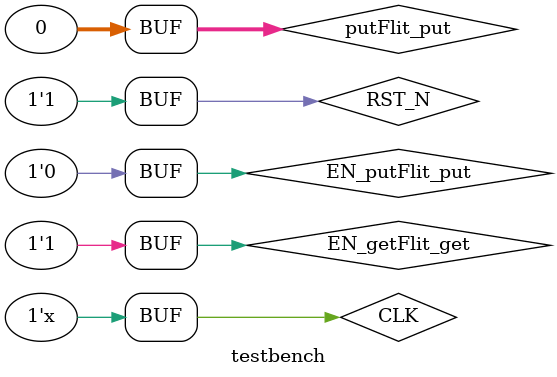
<source format=v>
`timescale 1 ns / 1 ps

module testbench();
  reg  CLK,RST_N;
  
  reg  [31 : 0] putFlit_put;
  reg  EN_putFlit_put;
  wire RDY_putFlit_put;

  // actionvalue method getFlit_get
  reg  EN_getFlit_get;
  wire [31 : 0] getFlit_get;
  wire RDY_getFlit_get;

  initial 
  begin
  	$dumpfile("waveform.vcd");
   	$dumpvars(0,testbench); 
	CLK = 1;
	RST_N = 1;

	putFlit_put = 32'h00000000;
	EN_putFlit_put = 0;
	EN_getFlit_get = 0;

	#120
	RST_N = 0;

	#20
	RST_N = 1;

	#20;
	putFlit_put = 32'h98000000;
//	putFlit_put = 32'h84000000;
	EN_putFlit_put = 1;
	EN_getFlit_get = 1;

	#20
	putFlit_put = 32'hD80FFF00;
//	putFlit_put = 32'hC40FFF00;
	EN_putFlit_put = 1;

	#20;
	putFlit_put = 32'h98000001;
//	putFlit_put = 32'h84000000;
	EN_putFlit_put = 1;
	EN_getFlit_get = 1;

	#20
	putFlit_put = 32'hD80FFF01;
//	putFlit_put = 32'hC40FFF00;
	EN_putFlit_put = 1;

	#20;
	putFlit_put = 32'h98000002;
//	putFlit_put = 32'h84000000;
	EN_putFlit_put = 1;
	EN_getFlit_get = 1;

	#20
	putFlit_put = 32'hD80FFF02;
//	putFlit_put = 32'hC40FFF00;
	EN_putFlit_put = 1;

	#20;
	putFlit_put = 32'h98000003;
//	putFlit_put = 32'h84000000;
	EN_putFlit_put = 1;
	EN_getFlit_get = 1;

	#20
	putFlit_put = 32'hD80FFF03;
//	putFlit_put = 32'hC40FFF00;
	EN_putFlit_put = 1;

	#20;
	putFlit_put = 32'h98000004;
//	putFlit_put = 32'h84000000;
	EN_putFlit_put = 1;
	EN_getFlit_get = 1;

	#20
	putFlit_put = 32'hD80FFF04;
//	putFlit_put = 32'hC40FFF00;
	EN_putFlit_put = 1;

	#20;
	putFlit_put = 32'h98000005;
//	putFlit_put = 32'h84000000;
	EN_putFlit_put = 1;
	EN_getFlit_get = 1;

	#20
	putFlit_put = 32'hD80FFF05;
//	putFlit_put = 32'hC40FFF00;
	EN_putFlit_put = 1;

	#20;
	putFlit_put = 32'h98000006;
//	putFlit_put = 32'h84000000;
	EN_putFlit_put = 1;
	EN_getFlit_get = 1;

	#20
	putFlit_put = 32'hD80FFF06;
//	putFlit_put = 32'hC40FFF00;
	EN_putFlit_put = 1;

	#20;
	putFlit_put = 32'h98000007;
//	putFlit_put = 32'h84000000;
	EN_putFlit_put = 1;
	EN_getFlit_get = 1;

	#20
	putFlit_put = 32'hD80FFF07;
//	putFlit_put = 32'hC40FFF00;
	EN_putFlit_put = 1;

	#20;
	putFlit_put = 32'h98000008;
//	putFlit_put = 32'h84000000;
	EN_putFlit_put = 1;
	EN_getFlit_get = 1;

	#20
	putFlit_put = 32'hD80FFF08;
//	putFlit_put = 32'hC40FFF00;
	EN_putFlit_put = 1;

	#20;
	putFlit_put = 32'h98000009;
//	putFlit_put = 32'h84000000;
	EN_putFlit_put = 1;
	EN_getFlit_get = 1;

	#20
	putFlit_put = 32'hD80FFF09;
//	putFlit_put = 32'hC40FFF00;
	EN_putFlit_put = 1;

	#20;
	putFlit_put = 32'h9800000A;
//	putFlit_put = 32'h84000000;
	EN_putFlit_put = 1;
	EN_getFlit_get = 1;

	#20
	putFlit_put = 32'hD80FFF0A;
//	putFlit_put = 32'hC40FFF00;
	EN_putFlit_put = 1;

	#20;
	putFlit_put = 32'h9800000B;
//	putFlit_put = 32'h84000000;
	EN_putFlit_put = 1;
	EN_getFlit_get = 1;

	#20
	putFlit_put = 32'hD80FFF0B;
//	putFlit_put = 32'hC40FFF00;
	EN_putFlit_put = 1;

	#20;
	putFlit_put = 32'h9800000C;
//	putFlit_put = 32'h84000000;
	EN_putFlit_put = 1;
	EN_getFlit_get = 1;

	#20
	putFlit_put = 32'hD80FFF0C;
//	putFlit_put = 32'hC40FFF00;
	EN_putFlit_put = 1;

	#20;
	putFlit_put = 32'h9800000D;
//	putFlit_put = 32'h84000000;
	EN_putFlit_put = 1;
	EN_getFlit_get = 1;

	#20
	putFlit_put = 32'hD80FFF0D;
//	putFlit_put = 32'hC40FFF00;
	EN_putFlit_put = 1;

	#20;
	putFlit_put = 32'h9800000E;
//	putFlit_put = 32'h84000000;
	EN_putFlit_put = 1;
	EN_getFlit_get = 1;

	#20
	putFlit_put = 32'hD80FFF0E;
//	putFlit_put = 32'hC40FFF00;
	EN_putFlit_put = 1;

	#20;
	putFlit_put = 32'h9800000F;
//	putFlit_put = 32'h84000000;
	EN_putFlit_put = 1;
	EN_getFlit_get = 1;

	#20
	putFlit_put = 32'hD80FFF0F;
//	putFlit_put = 32'hC40FFF00;
	EN_putFlit_put = 1;

	#20;
	putFlit_put = 32'h98000010;
//	putFlit_put = 32'h84000000;
	EN_putFlit_put = 1;
	EN_getFlit_get = 1;

	#20
	putFlit_put = 32'hD80FFF10;
//	putFlit_put = 32'hC40FFF00;
	EN_putFlit_put = 1;

	#20;
	putFlit_put = 32'h98000011;
//	putFlit_put = 32'h84000000;
	EN_putFlit_put = 1;
	EN_getFlit_get = 1;

	#20
	putFlit_put = 32'hD80FFF11;
//	putFlit_put = 32'hC40FFF00;
	EN_putFlit_put = 1;

	#20;
	putFlit_put = 32'h98000012;
//	putFlit_put = 32'h84000000;
	EN_putFlit_put = 1;
	EN_getFlit_get = 1;

	#20
	putFlit_put = 32'hD80FFF12;
//	putFlit_put = 32'hC40FFF00;
	EN_putFlit_put = 1;

	#20;
	putFlit_put = 32'h98000013;
//	putFlit_put = 32'h84000000;
	EN_putFlit_put = 1;
	EN_getFlit_get = 1;

	#20
	putFlit_put = 32'hD80FFF13;
//	putFlit_put = 32'hC40FFF00;
	EN_putFlit_put = 1;

	#20;
	putFlit_put = 32'h98000014;
//	putFlit_put = 32'h84000000;
	EN_putFlit_put = 1;
	EN_getFlit_get = 1;

	#20
	putFlit_put = 32'hD80FFF14;
//	putFlit_put = 32'hC40FFF00;
	EN_putFlit_put = 1;



	#20;
	putFlit_put = 32'h00000000;
	EN_putFlit_put = 0;
	EN_getFlit_get = 1;
 end

always #10 CLK=~CLK;

mkMFpgaTop dut(   .CLK(CLK),
	     .RST_N(RST_N),

	     .putFlit0_put(putFlit_put),
	     .EN_putFlit0_put(EN_putFlit_put),
	     .RDY_putFlit0_put(RDY_putFlit_put),

	     .EN_getFlit0_get(EN_getFlit_get),
	     .getFlit0_get(getFlit_get),
	     .RDY_getFlit0_get(RDY_getFlit_get));

endmodule

	

</source>
